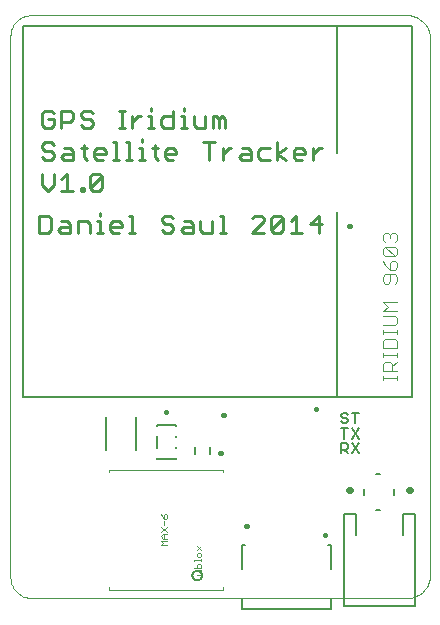
<source format=gto>
G75*
G70*
%OFA0B0*%
%FSLAX24Y24*%
%IPPOS*%
%LPD*%
%AMOC8*
5,1,8,0,0,1.08239X$1,22.5*
%
%ADD10C,0.0000*%
%ADD11C,0.0060*%
%ADD12C,0.0110*%
%ADD13C,0.0039*%
%ADD14C,0.0020*%
%ADD15C,0.0050*%
%ADD16C,0.0160*%
%ADD17C,0.0040*%
%ADD18C,0.0080*%
%ADD19C,0.0220*%
D10*
X001020Y001865D02*
X013440Y001865D01*
X013493Y001860D01*
X013547Y001859D01*
X013601Y001861D01*
X013654Y001867D01*
X013707Y001877D01*
X013759Y001890D01*
X013810Y001907D01*
X013860Y001927D01*
X013908Y001950D01*
X013954Y001977D01*
X013999Y002007D01*
X014042Y002040D01*
X014082Y002075D01*
X014119Y002114D01*
X014154Y002155D01*
X014186Y002198D01*
X014215Y002243D01*
X014241Y002290D01*
X014264Y002338D01*
X014283Y002389D01*
X014299Y002440D01*
X014311Y002492D01*
X014320Y002545D01*
X014320Y020607D01*
X014311Y020660D01*
X014299Y020712D01*
X014283Y020763D01*
X014264Y020814D01*
X014241Y020862D01*
X014215Y020909D01*
X014186Y020954D01*
X014154Y020997D01*
X014119Y021038D01*
X014082Y021077D01*
X014042Y021112D01*
X013999Y021145D01*
X013954Y021175D01*
X013908Y021202D01*
X013860Y021225D01*
X013810Y021245D01*
X013759Y021262D01*
X013707Y021275D01*
X013654Y021285D01*
X013601Y021291D01*
X013547Y021293D01*
X013493Y021292D01*
X013440Y021287D01*
X001020Y021287D01*
X000969Y021285D01*
X000919Y021279D01*
X000869Y021270D01*
X000820Y021257D01*
X000772Y021240D01*
X000725Y021220D01*
X000680Y021196D01*
X000637Y021169D01*
X000596Y021139D01*
X000557Y021105D01*
X000522Y021070D01*
X000488Y021031D01*
X000458Y020990D01*
X000431Y020947D01*
X000407Y020902D01*
X000387Y020855D01*
X000370Y020807D01*
X000357Y020758D01*
X000348Y020708D01*
X000342Y020658D01*
X000340Y020607D01*
X000340Y002545D01*
X000342Y002494D01*
X000348Y002444D01*
X000357Y002394D01*
X000370Y002345D01*
X000387Y002297D01*
X000407Y002250D01*
X000431Y002205D01*
X000458Y002162D01*
X000488Y002121D01*
X000522Y002082D01*
X000557Y002047D01*
X000596Y002013D01*
X000637Y001983D01*
X000680Y001956D01*
X000725Y001932D01*
X000772Y001912D01*
X000820Y001895D01*
X000869Y001882D01*
X000919Y001873D01*
X000969Y001867D01*
X001020Y001865D01*
D11*
X005221Y006506D02*
X005221Y006543D01*
X005221Y006506D02*
X005859Y006506D01*
X005859Y006543D01*
X005859Y006860D02*
X005859Y006897D01*
X005859Y007234D02*
X005859Y007271D01*
X005859Y007588D02*
X005859Y007625D01*
X005221Y007625D01*
X005221Y007588D01*
X005221Y007271D02*
X005221Y006860D01*
X006504Y006884D02*
X006504Y006647D01*
X006976Y006647D02*
X006976Y006884D01*
X011353Y006809D02*
X011524Y006809D01*
X011580Y006866D01*
X011580Y006979D01*
X011524Y007036D01*
X011353Y007036D01*
X011353Y006695D01*
X011467Y006809D02*
X011580Y006695D01*
X011722Y006695D02*
X011949Y007036D01*
X011949Y007175D02*
X011722Y007516D01*
X011580Y007516D02*
X011353Y007516D01*
X011467Y007516D02*
X011467Y007175D01*
X011722Y007175D02*
X011949Y007516D01*
X011835Y007695D02*
X011835Y008036D01*
X011722Y008036D02*
X011949Y008036D01*
X011580Y007979D02*
X011524Y008036D01*
X011410Y008036D01*
X011353Y007979D01*
X011353Y007922D01*
X011410Y007866D01*
X011524Y007866D01*
X011580Y007809D01*
X011580Y007752D01*
X011524Y007695D01*
X011410Y007695D01*
X011353Y007752D01*
X011722Y007036D02*
X011949Y006695D01*
D12*
X010614Y014020D02*
X010614Y014611D01*
X010319Y014316D01*
X010712Y014316D01*
X010068Y014020D02*
X009674Y014020D01*
X009871Y014020D02*
X009871Y014611D01*
X009674Y014414D01*
X009423Y014513D02*
X009423Y014119D01*
X009325Y014020D01*
X009128Y014020D01*
X009030Y014119D01*
X009423Y014513D01*
X009325Y014611D01*
X009128Y014611D01*
X009030Y014513D01*
X009030Y014119D01*
X008779Y014020D02*
X008385Y014020D01*
X008779Y014414D01*
X008779Y014513D01*
X008680Y014611D01*
X008483Y014611D01*
X008385Y014513D01*
X007508Y014020D02*
X007311Y014020D01*
X007409Y014020D02*
X007409Y014611D01*
X007311Y014611D01*
X007060Y014414D02*
X007060Y014020D01*
X006765Y014020D01*
X006666Y014119D01*
X006666Y014414D01*
X006415Y014316D02*
X006415Y014020D01*
X006120Y014020D01*
X006022Y014119D01*
X006120Y014217D01*
X006415Y014217D01*
X006415Y014316D02*
X006317Y014414D01*
X006120Y014414D01*
X005771Y014513D02*
X005672Y014611D01*
X005476Y014611D01*
X005377Y014513D01*
X005377Y014414D01*
X005476Y014316D01*
X005672Y014316D01*
X005771Y014217D01*
X005771Y014119D01*
X005672Y014020D01*
X005476Y014020D01*
X005377Y014119D01*
X004500Y014020D02*
X004303Y014020D01*
X004401Y014020D02*
X004401Y014611D01*
X004303Y014611D01*
X004052Y014316D02*
X004052Y014217D01*
X003658Y014217D01*
X003658Y014119D02*
X003658Y014316D01*
X003757Y014414D01*
X003954Y014414D01*
X004052Y014316D01*
X003954Y014020D02*
X003757Y014020D01*
X003658Y014119D01*
X003425Y014020D02*
X003229Y014020D01*
X003327Y014020D02*
X003327Y014414D01*
X003229Y014414D01*
X003327Y014611D02*
X003327Y014709D01*
X002978Y014316D02*
X002978Y014020D01*
X002978Y014316D02*
X002879Y014414D01*
X002584Y014414D01*
X002584Y014020D01*
X002333Y014020D02*
X002038Y014020D01*
X001940Y014119D01*
X002038Y014217D01*
X002333Y014217D01*
X002333Y014316D02*
X002235Y014414D01*
X002038Y014414D01*
X002333Y014316D02*
X002333Y014020D01*
X001689Y014119D02*
X001689Y014513D01*
X001590Y014611D01*
X001295Y014611D01*
X001295Y014020D01*
X001590Y014020D01*
X001689Y014119D01*
X001592Y015420D02*
X001789Y015617D01*
X001789Y016011D01*
X002040Y015814D02*
X002236Y016011D01*
X002236Y015420D01*
X002040Y015420D02*
X002433Y015420D01*
X002684Y015420D02*
X002783Y015420D01*
X002783Y015519D01*
X002684Y015519D01*
X002684Y015420D01*
X003006Y015519D02*
X003006Y015913D01*
X003105Y016011D01*
X003302Y016011D01*
X003400Y015913D01*
X003006Y015519D01*
X003105Y015420D01*
X003302Y015420D01*
X003400Y015519D01*
X003400Y015913D01*
X003409Y016470D02*
X003212Y016470D01*
X003114Y016569D01*
X003114Y016766D01*
X003212Y016864D01*
X003409Y016864D01*
X003507Y016766D01*
X003507Y016667D01*
X003114Y016667D01*
X002881Y016470D02*
X002783Y016569D01*
X002783Y016963D01*
X002881Y016864D02*
X002684Y016864D01*
X002433Y016766D02*
X002433Y016470D01*
X002138Y016470D01*
X002040Y016569D01*
X002138Y016667D01*
X002433Y016667D01*
X002433Y016766D02*
X002335Y016864D01*
X002138Y016864D01*
X001789Y016963D02*
X001690Y017061D01*
X001493Y017061D01*
X001395Y016963D01*
X001395Y016864D01*
X001493Y016766D01*
X001690Y016766D01*
X001789Y016667D01*
X001789Y016569D01*
X001690Y016470D01*
X001493Y016470D01*
X001395Y016569D01*
X001395Y016011D02*
X001395Y015617D01*
X001592Y015420D01*
X001493Y017520D02*
X001690Y017520D01*
X001789Y017619D01*
X001789Y017816D01*
X001592Y017816D01*
X001789Y018013D02*
X001690Y018111D01*
X001493Y018111D01*
X001395Y018013D01*
X001395Y017619D01*
X001493Y017520D01*
X002040Y017520D02*
X002040Y018111D01*
X002335Y018111D01*
X002433Y018013D01*
X002433Y017816D01*
X002335Y017717D01*
X002040Y017717D01*
X002684Y017619D02*
X002783Y017520D01*
X002979Y017520D01*
X003078Y017619D01*
X003078Y017717D01*
X002979Y017816D01*
X002783Y017816D01*
X002684Y017914D01*
X002684Y018013D01*
X002783Y018111D01*
X002979Y018111D01*
X003078Y018013D01*
X003758Y017061D02*
X003857Y017061D01*
X003857Y016470D01*
X003955Y016470D02*
X003758Y016470D01*
X004188Y016470D02*
X004385Y016470D01*
X004286Y016470D02*
X004286Y017061D01*
X004188Y017061D01*
X004170Y017520D02*
X003973Y017520D01*
X004072Y017520D02*
X004072Y018111D01*
X004170Y018111D02*
X003973Y018111D01*
X004403Y017914D02*
X004403Y017520D01*
X004403Y017717D02*
X004600Y017914D01*
X004698Y017914D01*
X004940Y017914D02*
X005038Y017914D01*
X005038Y017520D01*
X004940Y017520D02*
X005137Y017520D01*
X005370Y017619D02*
X005370Y017816D01*
X005468Y017914D01*
X005763Y017914D01*
X005763Y018111D02*
X005763Y017520D01*
X005468Y017520D01*
X005370Y017619D01*
X005038Y018111D02*
X005038Y018209D01*
X004716Y017159D02*
X004716Y017061D01*
X004716Y016864D02*
X004716Y016470D01*
X004618Y016470D02*
X004815Y016470D01*
X005146Y016569D02*
X005146Y016963D01*
X005244Y016864D02*
X005047Y016864D01*
X005146Y016569D02*
X005244Y016470D01*
X005477Y016569D02*
X005477Y016766D01*
X005576Y016864D01*
X005772Y016864D01*
X005871Y016766D01*
X005871Y016667D01*
X005477Y016667D01*
X005477Y016569D02*
X005576Y016470D01*
X005772Y016470D01*
X006014Y017520D02*
X006211Y017520D01*
X006113Y017520D02*
X006113Y017914D01*
X006014Y017914D01*
X006113Y018111D02*
X006113Y018209D01*
X006444Y017914D02*
X006444Y017619D01*
X006542Y017520D01*
X006838Y017520D01*
X006838Y017914D01*
X007089Y017914D02*
X007089Y017520D01*
X007285Y017520D02*
X007285Y017816D01*
X007384Y017914D01*
X007482Y017816D01*
X007482Y017520D01*
X007285Y017816D02*
X007187Y017914D01*
X007089Y017914D01*
X007160Y017061D02*
X006766Y017061D01*
X006963Y017061D02*
X006963Y016470D01*
X007411Y016470D02*
X007411Y016864D01*
X007411Y016667D02*
X007608Y016864D01*
X007706Y016864D01*
X008046Y016864D02*
X008243Y016864D01*
X008342Y016766D01*
X008342Y016470D01*
X008046Y016470D01*
X007948Y016569D01*
X008046Y016667D01*
X008342Y016667D01*
X008592Y016569D02*
X008691Y016470D01*
X008986Y016470D01*
X009237Y016470D02*
X009237Y017061D01*
X008986Y016864D02*
X008691Y016864D01*
X008592Y016766D01*
X008592Y016569D01*
X009237Y016667D02*
X009532Y016864D01*
X009774Y016766D02*
X009774Y016569D01*
X009873Y016470D01*
X010069Y016470D01*
X010168Y016667D02*
X009774Y016667D01*
X009774Y016766D02*
X009873Y016864D01*
X010069Y016864D01*
X010168Y016766D01*
X010168Y016667D01*
X010419Y016667D02*
X010616Y016864D01*
X010714Y016864D01*
X010419Y016864D02*
X010419Y016470D01*
X009532Y016470D02*
X009237Y016667D01*
X004716Y016864D02*
X004618Y016864D01*
D13*
X003609Y006114D02*
X003609Y006055D01*
X003609Y006114D02*
X007428Y006114D01*
X007428Y006055D01*
X007428Y002236D02*
X007428Y002138D01*
X003609Y002138D01*
X003609Y002236D01*
D14*
X005348Y003624D02*
X005421Y003698D01*
X005348Y003771D01*
X005568Y003771D01*
X005568Y003845D02*
X005421Y003845D01*
X005348Y003919D01*
X005421Y003992D01*
X005568Y003992D01*
X005568Y004066D02*
X005348Y004213D01*
X005458Y004287D02*
X005458Y004434D01*
X005458Y004508D02*
X005458Y004618D01*
X005494Y004655D01*
X005531Y004655D01*
X005568Y004618D01*
X005568Y004545D01*
X005531Y004508D01*
X005458Y004508D01*
X005384Y004582D01*
X005348Y004655D01*
X005568Y004213D02*
X005348Y004066D01*
X005458Y003992D02*
X005458Y003845D01*
X005568Y003624D02*
X005348Y003624D01*
X006543Y003597D02*
X006690Y003450D01*
X006653Y003376D02*
X006580Y003376D01*
X006543Y003339D01*
X006543Y003266D01*
X006580Y003229D01*
X006653Y003229D01*
X006690Y003266D01*
X006690Y003339D01*
X006653Y003376D01*
X006543Y003450D02*
X006690Y003597D01*
X006690Y003155D02*
X006690Y003082D01*
X006690Y003119D02*
X006470Y003119D01*
X006470Y003082D01*
X006580Y003008D02*
X006543Y002971D01*
X006543Y002861D01*
X006470Y002861D02*
X006690Y002861D01*
X006690Y002971D01*
X006653Y003008D01*
X006580Y003008D01*
X006543Y002787D02*
X006690Y002787D01*
X006690Y002677D01*
X006653Y002640D01*
X006543Y002640D01*
D15*
X006403Y002610D02*
X006405Y002635D01*
X006411Y002659D01*
X006420Y002682D01*
X006433Y002703D01*
X006450Y002722D01*
X006469Y002739D01*
X006490Y002752D01*
X006513Y002761D01*
X006537Y002767D01*
X006562Y002769D01*
X006587Y002767D01*
X006611Y002761D01*
X006634Y002752D01*
X006655Y002739D01*
X006674Y002722D01*
X006691Y002703D01*
X006704Y002682D01*
X006713Y002659D01*
X006719Y002635D01*
X006721Y002610D01*
X006719Y002585D01*
X006713Y002561D01*
X006704Y002538D01*
X006691Y002517D01*
X006674Y002498D01*
X006655Y002481D01*
X006634Y002468D01*
X006611Y002459D01*
X006587Y002453D01*
X006562Y002451D01*
X006537Y002453D01*
X006513Y002459D01*
X006490Y002468D01*
X006469Y002481D01*
X006450Y002498D01*
X006433Y002517D01*
X006420Y002538D01*
X006411Y002561D01*
X006405Y002585D01*
X006403Y002610D01*
X008064Y002814D02*
X008064Y003621D01*
X008162Y003621D01*
X008064Y001830D02*
X008064Y001484D01*
X011016Y001484D01*
X011016Y001830D01*
X011016Y002814D02*
X011016Y003621D01*
X010918Y003621D01*
X011236Y008565D02*
X011236Y014745D01*
X011236Y016685D02*
X011236Y020448D01*
X011236Y020928D01*
X000748Y020928D01*
X000748Y008565D01*
X011236Y008565D01*
X013740Y008565D01*
X013740Y020928D01*
X011236Y020928D01*
X011236Y020448D02*
X011236Y017165D01*
X004530Y007885D02*
X004530Y006785D01*
X003510Y006785D02*
X003510Y007885D01*
D16*
X005540Y008053D02*
X005540Y008077D01*
X007428Y007965D02*
X007452Y007965D01*
X007352Y006695D02*
X007328Y006695D01*
X008198Y004265D02*
X008222Y004265D01*
X010840Y003977D02*
X010840Y003953D01*
X010540Y008153D02*
X010540Y008177D01*
X011628Y014265D02*
X011652Y014265D01*
D17*
X012760Y013955D02*
X012760Y013802D01*
X012836Y013725D01*
X012836Y013572D02*
X012760Y013495D01*
X012760Y013341D01*
X012836Y013265D01*
X013143Y013265D01*
X012836Y013572D01*
X013143Y013572D01*
X013220Y013495D01*
X013220Y013341D01*
X013143Y013265D01*
X013143Y013111D02*
X013067Y013111D01*
X012990Y013034D01*
X012990Y012804D01*
X013143Y012804D01*
X013220Y012881D01*
X013220Y013034D01*
X013143Y013111D01*
X012836Y012958D02*
X012990Y012804D01*
X012990Y012651D02*
X012990Y012421D01*
X012913Y012344D01*
X012836Y012344D01*
X012760Y012421D01*
X012760Y012574D01*
X012836Y012651D01*
X013143Y012651D01*
X013220Y012574D01*
X013220Y012421D01*
X013143Y012344D01*
X012836Y012958D02*
X012760Y013111D01*
X013143Y013725D02*
X013220Y013802D01*
X013220Y013955D01*
X013143Y014032D01*
X013067Y014032D01*
X012990Y013955D01*
X012990Y013879D01*
X012990Y013955D02*
X012913Y014032D01*
X012836Y014032D01*
X012760Y013955D01*
X012760Y011730D02*
X013220Y011730D01*
X013220Y011423D02*
X012760Y011423D01*
X012913Y011577D01*
X012760Y011730D01*
X012760Y011270D02*
X013143Y011270D01*
X013220Y011193D01*
X013220Y011039D01*
X013143Y010963D01*
X012760Y010963D01*
X012760Y010809D02*
X012760Y010656D01*
X012760Y010733D02*
X013220Y010733D01*
X013220Y010809D02*
X013220Y010656D01*
X013143Y010502D02*
X012836Y010502D01*
X012760Y010426D01*
X012760Y010195D01*
X013220Y010195D01*
X013220Y010426D01*
X013143Y010502D01*
X013220Y010042D02*
X013220Y009888D01*
X013220Y009965D02*
X012760Y009965D01*
X012760Y009888D02*
X012760Y010042D01*
X012836Y009735D02*
X012990Y009735D01*
X013067Y009658D01*
X013067Y009428D01*
X013220Y009428D02*
X012760Y009428D01*
X012760Y009658D01*
X012836Y009735D01*
X013067Y009582D02*
X013220Y009735D01*
X013220Y009275D02*
X013220Y009121D01*
X013220Y009198D02*
X012760Y009198D01*
X012760Y009121D02*
X012760Y009275D01*
D18*
X012658Y006011D02*
X012522Y006011D01*
X012110Y005509D02*
X012110Y005302D01*
X012522Y004781D02*
X012658Y004781D01*
X013110Y005282D02*
X013110Y005509D01*
X013427Y004674D02*
X013821Y004674D01*
X013821Y001603D01*
X011459Y001603D01*
X011459Y004674D01*
X011853Y004674D01*
X011853Y003965D01*
X013427Y003965D02*
X013427Y004674D01*
D19*
X013628Y005465D02*
X013652Y005465D01*
X011652Y005465D02*
X011628Y005465D01*
M02*

</source>
